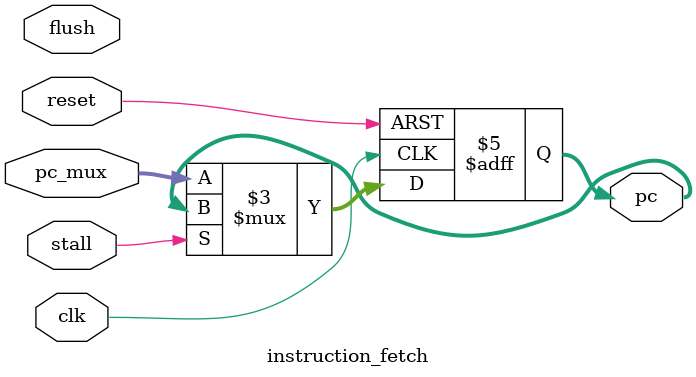
<source format=v>
`timescale 1ns / 1ps
module instruction_fetch(input reset,
                        input clk,stall,flush,
                         input [31:0] pc_mux,
                        output reg [31:0] pc
    );
    always@(posedge clk or posedge reset)begin
    if(reset)begin
    pc<=0;
    end
    else if(stall);
    else begin
     pc<=pc_mux;
    end
    end
endmodule

</source>
